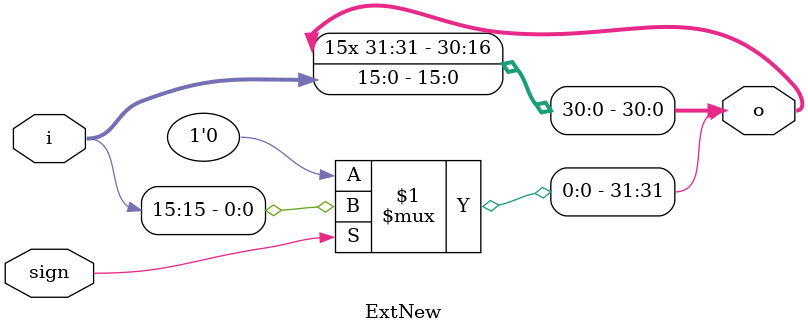
<source format=v>
`timescale 1ns / 1ps
module ExtNew(
	input [15:0] i,
	input sign,
	output [31:0] o
    );
	assign o = { {16{sign ? i[15] : 1'b0}}, i};

endmodule

</source>
